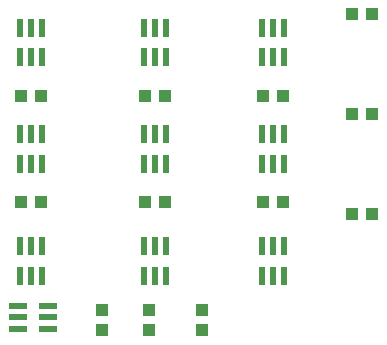
<source format=gbr>
G04 EAGLE Gerber RS-274X export*
G75*
%MOMM*%
%FSLAX34Y34*%
%LPD*%
%INSolderpaste Bottom*%
%IPPOS*%
%AMOC8*
5,1,8,0,0,1.08239X$1,22.5*%
G01*
%ADD10R,0.600000X1.500000*%
%ADD11R,1.500000X0.600000*%
%ADD12R,1.100000X1.000000*%
%ADD13R,1.000000X1.100000*%


D10*
X285000Y182500D03*
X275500Y182500D03*
X294500Y182500D03*
X285000Y157500D03*
X275500Y157500D03*
X294500Y157500D03*
X180000Y272500D03*
X170500Y272500D03*
X189500Y272500D03*
X180000Y247500D03*
X170500Y247500D03*
X189500Y247500D03*
D11*
X169000Y27400D03*
X169000Y17900D03*
X169000Y36900D03*
X194000Y27400D03*
X194000Y17900D03*
X194000Y36900D03*
D10*
X180000Y182500D03*
X170500Y182500D03*
X189500Y182500D03*
X180000Y157500D03*
X170500Y157500D03*
X189500Y157500D03*
X285000Y272500D03*
X275500Y272500D03*
X294500Y272500D03*
X285000Y247500D03*
X275500Y247500D03*
X294500Y247500D03*
D12*
X468500Y284000D03*
X451500Y284000D03*
X468500Y115000D03*
X451500Y115000D03*
D13*
X325000Y33500D03*
X325000Y16500D03*
X293500Y125000D03*
X276500Y125000D03*
X188500Y125000D03*
X171500Y125000D03*
D12*
X240000Y16500D03*
X240000Y33500D03*
X280000Y16500D03*
X280000Y33500D03*
D10*
X180000Y87500D03*
X170500Y87500D03*
X189500Y87500D03*
X180000Y62500D03*
X170500Y62500D03*
X189500Y62500D03*
D13*
X171500Y215000D03*
X188500Y215000D03*
D10*
X285000Y87500D03*
X275500Y87500D03*
X294500Y87500D03*
X285000Y62500D03*
X275500Y62500D03*
X294500Y62500D03*
D13*
X293500Y215000D03*
X276500Y215000D03*
D10*
X385000Y272500D03*
X375500Y272500D03*
X394500Y272500D03*
X385000Y247500D03*
X375500Y247500D03*
X394500Y247500D03*
X385000Y182500D03*
X375500Y182500D03*
X394500Y182500D03*
X385000Y157500D03*
X375500Y157500D03*
X394500Y157500D03*
D12*
X468500Y200000D03*
X451500Y200000D03*
D13*
X393500Y215000D03*
X376500Y215000D03*
D10*
X385000Y87500D03*
X375500Y87500D03*
X394500Y87500D03*
X385000Y62500D03*
X375500Y62500D03*
X394500Y62500D03*
D13*
X393500Y125000D03*
X376500Y125000D03*
M02*

</source>
